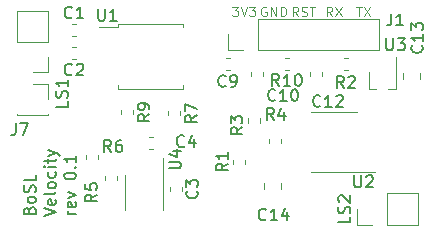
<source format=gbr>
G04 #@! TF.GenerationSoftware,KiCad,Pcbnew,(5.1.5)-3*
G04 #@! TF.CreationDate,2020-02-18T08:36:52+11:00*
G04 #@! TF.ProjectId,Heterodyne,48657465-726f-4647-996e-652e6b696361,rev?*
G04 #@! TF.SameCoordinates,Original*
G04 #@! TF.FileFunction,Legend,Top*
G04 #@! TF.FilePolarity,Positive*
%FSLAX46Y46*%
G04 Gerber Fmt 4.6, Leading zero omitted, Abs format (unit mm)*
G04 Created by KiCad (PCBNEW (5.1.5)-3) date 2020-02-18 08:36:52*
%MOMM*%
%LPD*%
G04 APERTURE LIST*
%ADD10C,0.200000*%
%ADD11C,0.100000*%
%ADD12C,0.120000*%
%ADD13C,0.150000*%
G04 APERTURE END LIST*
D10*
X105228571Y-64398571D02*
X105276190Y-64255714D01*
X105323809Y-64208095D01*
X105419047Y-64160476D01*
X105561904Y-64160476D01*
X105657142Y-64208095D01*
X105704761Y-64255714D01*
X105752380Y-64350952D01*
X105752380Y-64731904D01*
X104752380Y-64731904D01*
X104752380Y-64398571D01*
X104800000Y-64303333D01*
X104847619Y-64255714D01*
X104942857Y-64208095D01*
X105038095Y-64208095D01*
X105133333Y-64255714D01*
X105180952Y-64303333D01*
X105228571Y-64398571D01*
X105228571Y-64731904D01*
X105752380Y-63589047D02*
X105704761Y-63684285D01*
X105657142Y-63731904D01*
X105561904Y-63779523D01*
X105276190Y-63779523D01*
X105180952Y-63731904D01*
X105133333Y-63684285D01*
X105085714Y-63589047D01*
X105085714Y-63446190D01*
X105133333Y-63350952D01*
X105180952Y-63303333D01*
X105276190Y-63255714D01*
X105561904Y-63255714D01*
X105657142Y-63303333D01*
X105704761Y-63350952D01*
X105752380Y-63446190D01*
X105752380Y-63589047D01*
X105704761Y-62874761D02*
X105752380Y-62731904D01*
X105752380Y-62493809D01*
X105704761Y-62398571D01*
X105657142Y-62350952D01*
X105561904Y-62303333D01*
X105466666Y-62303333D01*
X105371428Y-62350952D01*
X105323809Y-62398571D01*
X105276190Y-62493809D01*
X105228571Y-62684285D01*
X105180952Y-62779523D01*
X105133333Y-62827142D01*
X105038095Y-62874761D01*
X104942857Y-62874761D01*
X104847619Y-62827142D01*
X104800000Y-62779523D01*
X104752380Y-62684285D01*
X104752380Y-62446190D01*
X104800000Y-62303333D01*
X105752380Y-61398571D02*
X105752380Y-61874761D01*
X104752380Y-61874761D01*
X106452380Y-64874761D02*
X107452380Y-64541428D01*
X106452380Y-64208095D01*
X107404761Y-63493809D02*
X107452380Y-63589047D01*
X107452380Y-63779523D01*
X107404761Y-63874761D01*
X107309523Y-63922380D01*
X106928571Y-63922380D01*
X106833333Y-63874761D01*
X106785714Y-63779523D01*
X106785714Y-63589047D01*
X106833333Y-63493809D01*
X106928571Y-63446190D01*
X107023809Y-63446190D01*
X107119047Y-63922380D01*
X107452380Y-62874761D02*
X107404761Y-62970000D01*
X107309523Y-63017619D01*
X106452380Y-63017619D01*
X107452380Y-62350952D02*
X107404761Y-62446190D01*
X107357142Y-62493809D01*
X107261904Y-62541428D01*
X106976190Y-62541428D01*
X106880952Y-62493809D01*
X106833333Y-62446190D01*
X106785714Y-62350952D01*
X106785714Y-62208095D01*
X106833333Y-62112857D01*
X106880952Y-62065238D01*
X106976190Y-62017619D01*
X107261904Y-62017619D01*
X107357142Y-62065238D01*
X107404761Y-62112857D01*
X107452380Y-62208095D01*
X107452380Y-62350952D01*
X107404761Y-61160476D02*
X107452380Y-61255714D01*
X107452380Y-61446190D01*
X107404761Y-61541428D01*
X107357142Y-61589047D01*
X107261904Y-61636666D01*
X106976190Y-61636666D01*
X106880952Y-61589047D01*
X106833333Y-61541428D01*
X106785714Y-61446190D01*
X106785714Y-61255714D01*
X106833333Y-61160476D01*
X107452380Y-60731904D02*
X106785714Y-60731904D01*
X106452380Y-60731904D02*
X106500000Y-60779523D01*
X106547619Y-60731904D01*
X106500000Y-60684285D01*
X106452380Y-60731904D01*
X106547619Y-60731904D01*
X106785714Y-60398571D02*
X106785714Y-60017619D01*
X106452380Y-60255714D02*
X107309523Y-60255714D01*
X107404761Y-60208095D01*
X107452380Y-60112857D01*
X107452380Y-60017619D01*
X106785714Y-59779523D02*
X107452380Y-59541428D01*
X106785714Y-59303333D02*
X107452380Y-59541428D01*
X107690476Y-59636666D01*
X107738095Y-59684285D01*
X107785714Y-59779523D01*
X109152380Y-64731904D02*
X108485714Y-64731904D01*
X108676190Y-64731904D02*
X108580952Y-64684285D01*
X108533333Y-64636666D01*
X108485714Y-64541428D01*
X108485714Y-64446190D01*
X109104761Y-63731904D02*
X109152380Y-63827142D01*
X109152380Y-64017619D01*
X109104761Y-64112857D01*
X109009523Y-64160476D01*
X108628571Y-64160476D01*
X108533333Y-64112857D01*
X108485714Y-64017619D01*
X108485714Y-63827142D01*
X108533333Y-63731904D01*
X108628571Y-63684285D01*
X108723809Y-63684285D01*
X108819047Y-64160476D01*
X108485714Y-63350952D02*
X109152380Y-63112857D01*
X108485714Y-62874761D01*
X108152380Y-61541428D02*
X108152380Y-61446190D01*
X108200000Y-61350952D01*
X108247619Y-61303333D01*
X108342857Y-61255714D01*
X108533333Y-61208095D01*
X108771428Y-61208095D01*
X108961904Y-61255714D01*
X109057142Y-61303333D01*
X109104761Y-61350952D01*
X109152380Y-61446190D01*
X109152380Y-61541428D01*
X109104761Y-61636666D01*
X109057142Y-61684285D01*
X108961904Y-61731904D01*
X108771428Y-61779523D01*
X108533333Y-61779523D01*
X108342857Y-61731904D01*
X108247619Y-61684285D01*
X108200000Y-61636666D01*
X108152380Y-61541428D01*
X109057142Y-60779523D02*
X109104761Y-60731904D01*
X109152380Y-60779523D01*
X109104761Y-60827142D01*
X109057142Y-60779523D01*
X109152380Y-60779523D01*
X109152380Y-59779523D02*
X109152380Y-60350952D01*
X109152380Y-60065238D02*
X108152380Y-60065238D01*
X108295238Y-60160476D01*
X108390476Y-60255714D01*
X108438095Y-60350952D01*
D11*
X132890476Y-47161904D02*
X133347619Y-47161904D01*
X133119047Y-47961904D02*
X133119047Y-47161904D01*
X133538095Y-47161904D02*
X134071428Y-47961904D01*
X134071428Y-47161904D02*
X133538095Y-47961904D01*
X130866666Y-47961904D02*
X130600000Y-47580952D01*
X130409523Y-47961904D02*
X130409523Y-47161904D01*
X130714285Y-47161904D01*
X130790476Y-47200000D01*
X130828571Y-47238095D01*
X130866666Y-47314285D01*
X130866666Y-47428571D01*
X130828571Y-47504761D01*
X130790476Y-47542857D01*
X130714285Y-47580952D01*
X130409523Y-47580952D01*
X131133333Y-47161904D02*
X131666666Y-47961904D01*
X131666666Y-47161904D02*
X131133333Y-47961904D01*
X127961904Y-47961904D02*
X127695238Y-47580952D01*
X127504761Y-47961904D02*
X127504761Y-47161904D01*
X127809523Y-47161904D01*
X127885714Y-47200000D01*
X127923809Y-47238095D01*
X127961904Y-47314285D01*
X127961904Y-47428571D01*
X127923809Y-47504761D01*
X127885714Y-47542857D01*
X127809523Y-47580952D01*
X127504761Y-47580952D01*
X128266666Y-47923809D02*
X128380952Y-47961904D01*
X128571428Y-47961904D01*
X128647619Y-47923809D01*
X128685714Y-47885714D01*
X128723809Y-47809523D01*
X128723809Y-47733333D01*
X128685714Y-47657142D01*
X128647619Y-47619047D01*
X128571428Y-47580952D01*
X128419047Y-47542857D01*
X128342857Y-47504761D01*
X128304761Y-47466666D01*
X128266666Y-47390476D01*
X128266666Y-47314285D01*
X128304761Y-47238095D01*
X128342857Y-47200000D01*
X128419047Y-47161904D01*
X128609523Y-47161904D01*
X128723809Y-47200000D01*
X128952380Y-47161904D02*
X129409523Y-47161904D01*
X129180952Y-47961904D02*
X129180952Y-47161904D01*
X125290476Y-47200000D02*
X125214285Y-47161904D01*
X125100000Y-47161904D01*
X124985714Y-47200000D01*
X124909523Y-47276190D01*
X124871428Y-47352380D01*
X124833333Y-47504761D01*
X124833333Y-47619047D01*
X124871428Y-47771428D01*
X124909523Y-47847619D01*
X124985714Y-47923809D01*
X125100000Y-47961904D01*
X125176190Y-47961904D01*
X125290476Y-47923809D01*
X125328571Y-47885714D01*
X125328571Y-47619047D01*
X125176190Y-47619047D01*
X125671428Y-47961904D02*
X125671428Y-47161904D01*
X126128571Y-47961904D01*
X126128571Y-47161904D01*
X126509523Y-47961904D02*
X126509523Y-47161904D01*
X126700000Y-47161904D01*
X126814285Y-47200000D01*
X126890476Y-47276190D01*
X126928571Y-47352380D01*
X126966666Y-47504761D01*
X126966666Y-47619047D01*
X126928571Y-47771428D01*
X126890476Y-47847619D01*
X126814285Y-47923809D01*
X126700000Y-47961904D01*
X126509523Y-47961904D01*
X122409523Y-47161904D02*
X122904761Y-47161904D01*
X122638095Y-47466666D01*
X122752380Y-47466666D01*
X122828571Y-47504761D01*
X122866666Y-47542857D01*
X122904761Y-47619047D01*
X122904761Y-47809523D01*
X122866666Y-47885714D01*
X122828571Y-47923809D01*
X122752380Y-47961904D01*
X122523809Y-47961904D01*
X122447619Y-47923809D01*
X122409523Y-47885714D01*
X123133333Y-47161904D02*
X123400000Y-47961904D01*
X123666666Y-47161904D01*
X123857142Y-47161904D02*
X124352380Y-47161904D01*
X124085714Y-47466666D01*
X124200000Y-47466666D01*
X124276190Y-47504761D01*
X124314285Y-47542857D01*
X124352380Y-47619047D01*
X124352380Y-47809523D01*
X124314285Y-47885714D01*
X124276190Y-47923809D01*
X124200000Y-47961904D01*
X123971428Y-47961904D01*
X123895238Y-47923809D01*
X123857142Y-47885714D01*
D12*
X122010000Y-50830000D02*
X122010000Y-49500000D01*
X123340000Y-50830000D02*
X122010000Y-50830000D01*
X124610000Y-50830000D02*
X124610000Y-48170000D01*
X124610000Y-48170000D02*
X134830000Y-48170000D01*
X124610000Y-50830000D02*
X134830000Y-50830000D01*
X134830000Y-50830000D02*
X134830000Y-48170000D01*
X127171267Y-51490000D02*
X126828733Y-51490000D01*
X127171267Y-52510000D02*
X126828733Y-52510000D01*
X112990000Y-55928733D02*
X112990000Y-56271267D01*
X114010000Y-55928733D02*
X114010000Y-56271267D01*
X116990000Y-56028733D02*
X116990000Y-56371267D01*
X118010000Y-56028733D02*
X118010000Y-56371267D01*
X111010000Y-60071267D02*
X111010000Y-59728733D01*
X109990000Y-60071267D02*
X109990000Y-59728733D01*
X112610000Y-61871267D02*
X112610000Y-61528733D01*
X111590000Y-61871267D02*
X111590000Y-61528733D01*
X125490000Y-58353733D02*
X125490000Y-58696267D01*
X126510000Y-58353733D02*
X126510000Y-58696267D01*
X123690000Y-56628733D02*
X123690000Y-56971267D01*
X124710000Y-56628733D02*
X124710000Y-56971267D01*
X132171267Y-51490000D02*
X131828733Y-51490000D01*
X132171267Y-52510000D02*
X131828733Y-52510000D01*
X123510000Y-60446267D02*
X123510000Y-60103733D01*
X122490000Y-60446267D02*
X122490000Y-60103733D01*
X125090000Y-62078922D02*
X125090000Y-62596078D01*
X126510000Y-62078922D02*
X126510000Y-62596078D01*
X138310000Y-53258578D02*
X138310000Y-52741422D01*
X136890000Y-53258578D02*
X136890000Y-52741422D01*
X128990000Y-52728733D02*
X128990000Y-53071267D01*
X130010000Y-52728733D02*
X130010000Y-53071267D01*
X125010000Y-53071267D02*
X125010000Y-52728733D01*
X123990000Y-53071267D02*
X123990000Y-52728733D01*
X122171267Y-51490000D02*
X121828733Y-51490000D01*
X122171267Y-52510000D02*
X121828733Y-52510000D01*
X115671267Y-58190000D02*
X115328733Y-58190000D01*
X115671267Y-59210000D02*
X115328733Y-59210000D01*
X117090000Y-62428733D02*
X117090000Y-62771267D01*
X118110000Y-62428733D02*
X118110000Y-62771267D01*
X109171267Y-50590000D02*
X108828733Y-50590000D01*
X109171267Y-51610000D02*
X108828733Y-51610000D01*
X109171267Y-48590000D02*
X108828733Y-48590000D01*
X109171267Y-49610000D02*
X108828733Y-49610000D01*
X104170000Y-56330000D02*
X106830000Y-56330000D01*
X104170000Y-56210000D02*
X104170000Y-56330000D01*
X106830000Y-56210000D02*
X106830000Y-56330000D01*
X106830000Y-53670000D02*
X106830000Y-55000000D01*
X105500000Y-53670000D02*
X106830000Y-53670000D01*
X106830000Y-47530000D02*
X104170000Y-47530000D01*
X106830000Y-50130000D02*
X106830000Y-47530000D01*
X104170000Y-50130000D02*
X104170000Y-47530000D01*
X106830000Y-50130000D02*
X104170000Y-50130000D01*
X106830000Y-51400000D02*
X106830000Y-52730000D01*
X106830000Y-52730000D02*
X105500000Y-52730000D01*
X132930000Y-65630000D02*
X132930000Y-64300000D01*
X134260000Y-65630000D02*
X132930000Y-65630000D01*
X135530000Y-65630000D02*
X135530000Y-62970000D01*
X135530000Y-62970000D02*
X138130000Y-62970000D01*
X135530000Y-65630000D02*
X138130000Y-65630000D01*
X138130000Y-65630000D02*
X138130000Y-62970000D01*
X115500000Y-54112500D02*
X118247500Y-54112500D01*
X118247500Y-54112500D02*
X118247500Y-53830000D01*
X115500000Y-54112500D02*
X112752500Y-54112500D01*
X112752500Y-54112500D02*
X112752500Y-53830000D01*
X115500000Y-48617500D02*
X118247500Y-48617500D01*
X118247500Y-48617500D02*
X118247500Y-48900000D01*
X115500000Y-48617500D02*
X112752500Y-48617500D01*
X112752500Y-48617500D02*
X112752500Y-48900000D01*
X112752500Y-48900000D02*
X111100000Y-48900000D01*
X131000000Y-56040000D02*
X129050000Y-56040000D01*
X131000000Y-56040000D02*
X132950000Y-56040000D01*
X131000000Y-61160000D02*
X129050000Y-61160000D01*
X131000000Y-61160000D02*
X134450000Y-61160000D01*
X134600000Y-54135000D02*
X133940000Y-54135000D01*
X136270000Y-54135000D02*
X135600000Y-54135000D01*
X136260000Y-54135000D02*
X136260000Y-51400000D01*
X133940000Y-52725000D02*
X133940000Y-54135000D01*
X113290000Y-62900000D02*
X113290000Y-64400000D01*
X113290000Y-62900000D02*
X113290000Y-61400000D01*
X116510000Y-62900000D02*
X116510000Y-64400000D01*
X116510000Y-62900000D02*
X116510000Y-59975000D01*
D13*
X135866666Y-47752380D02*
X135866666Y-48466666D01*
X135819047Y-48609523D01*
X135723809Y-48704761D01*
X135580952Y-48752380D01*
X135485714Y-48752380D01*
X136866666Y-48752380D02*
X136295238Y-48752380D01*
X136580952Y-48752380D02*
X136580952Y-47752380D01*
X136485714Y-47895238D01*
X136390476Y-47990476D01*
X136295238Y-48038095D01*
X126357142Y-53882380D02*
X126023809Y-53406190D01*
X125785714Y-53882380D02*
X125785714Y-52882380D01*
X126166666Y-52882380D01*
X126261904Y-52930000D01*
X126309523Y-52977619D01*
X126357142Y-53072857D01*
X126357142Y-53215714D01*
X126309523Y-53310952D01*
X126261904Y-53358571D01*
X126166666Y-53406190D01*
X125785714Y-53406190D01*
X127309523Y-53882380D02*
X126738095Y-53882380D01*
X127023809Y-53882380D02*
X127023809Y-52882380D01*
X126928571Y-53025238D01*
X126833333Y-53120476D01*
X126738095Y-53168095D01*
X127928571Y-52882380D02*
X128023809Y-52882380D01*
X128119047Y-52930000D01*
X128166666Y-52977619D01*
X128214285Y-53072857D01*
X128261904Y-53263333D01*
X128261904Y-53501428D01*
X128214285Y-53691904D01*
X128166666Y-53787142D01*
X128119047Y-53834761D01*
X128023809Y-53882380D01*
X127928571Y-53882380D01*
X127833333Y-53834761D01*
X127785714Y-53787142D01*
X127738095Y-53691904D01*
X127690476Y-53501428D01*
X127690476Y-53263333D01*
X127738095Y-53072857D01*
X127785714Y-52977619D01*
X127833333Y-52930000D01*
X127928571Y-52882380D01*
X115382380Y-56266666D02*
X114906190Y-56600000D01*
X115382380Y-56838095D02*
X114382380Y-56838095D01*
X114382380Y-56457142D01*
X114430000Y-56361904D01*
X114477619Y-56314285D01*
X114572857Y-56266666D01*
X114715714Y-56266666D01*
X114810952Y-56314285D01*
X114858571Y-56361904D01*
X114906190Y-56457142D01*
X114906190Y-56838095D01*
X115382380Y-55790476D02*
X115382380Y-55600000D01*
X115334761Y-55504761D01*
X115287142Y-55457142D01*
X115144285Y-55361904D01*
X114953809Y-55314285D01*
X114572857Y-55314285D01*
X114477619Y-55361904D01*
X114430000Y-55409523D01*
X114382380Y-55504761D01*
X114382380Y-55695238D01*
X114430000Y-55790476D01*
X114477619Y-55838095D01*
X114572857Y-55885714D01*
X114810952Y-55885714D01*
X114906190Y-55838095D01*
X114953809Y-55790476D01*
X115001428Y-55695238D01*
X115001428Y-55504761D01*
X114953809Y-55409523D01*
X114906190Y-55361904D01*
X114810952Y-55314285D01*
X119382380Y-56366666D02*
X118906190Y-56700000D01*
X119382380Y-56938095D02*
X118382380Y-56938095D01*
X118382380Y-56557142D01*
X118430000Y-56461904D01*
X118477619Y-56414285D01*
X118572857Y-56366666D01*
X118715714Y-56366666D01*
X118810952Y-56414285D01*
X118858571Y-56461904D01*
X118906190Y-56557142D01*
X118906190Y-56938095D01*
X118382380Y-56033333D02*
X118382380Y-55366666D01*
X119382380Y-55795238D01*
X112133333Y-59452380D02*
X111800000Y-58976190D01*
X111561904Y-59452380D02*
X111561904Y-58452380D01*
X111942857Y-58452380D01*
X112038095Y-58500000D01*
X112085714Y-58547619D01*
X112133333Y-58642857D01*
X112133333Y-58785714D01*
X112085714Y-58880952D01*
X112038095Y-58928571D01*
X111942857Y-58976190D01*
X111561904Y-58976190D01*
X112990476Y-58452380D02*
X112800000Y-58452380D01*
X112704761Y-58500000D01*
X112657142Y-58547619D01*
X112561904Y-58690476D01*
X112514285Y-58880952D01*
X112514285Y-59261904D01*
X112561904Y-59357142D01*
X112609523Y-59404761D01*
X112704761Y-59452380D01*
X112895238Y-59452380D01*
X112990476Y-59404761D01*
X113038095Y-59357142D01*
X113085714Y-59261904D01*
X113085714Y-59023809D01*
X113038095Y-58928571D01*
X112990476Y-58880952D01*
X112895238Y-58833333D01*
X112704761Y-58833333D01*
X112609523Y-58880952D01*
X112561904Y-58928571D01*
X112514285Y-59023809D01*
X110952380Y-63066666D02*
X110476190Y-63400000D01*
X110952380Y-63638095D02*
X109952380Y-63638095D01*
X109952380Y-63257142D01*
X110000000Y-63161904D01*
X110047619Y-63114285D01*
X110142857Y-63066666D01*
X110285714Y-63066666D01*
X110380952Y-63114285D01*
X110428571Y-63161904D01*
X110476190Y-63257142D01*
X110476190Y-63638095D01*
X109952380Y-62161904D02*
X109952380Y-62638095D01*
X110428571Y-62685714D01*
X110380952Y-62638095D01*
X110333333Y-62542857D01*
X110333333Y-62304761D01*
X110380952Y-62209523D01*
X110428571Y-62161904D01*
X110523809Y-62114285D01*
X110761904Y-62114285D01*
X110857142Y-62161904D01*
X110904761Y-62209523D01*
X110952380Y-62304761D01*
X110952380Y-62542857D01*
X110904761Y-62638095D01*
X110857142Y-62685714D01*
X125933333Y-56752380D02*
X125600000Y-56276190D01*
X125361904Y-56752380D02*
X125361904Y-55752380D01*
X125742857Y-55752380D01*
X125838095Y-55800000D01*
X125885714Y-55847619D01*
X125933333Y-55942857D01*
X125933333Y-56085714D01*
X125885714Y-56180952D01*
X125838095Y-56228571D01*
X125742857Y-56276190D01*
X125361904Y-56276190D01*
X126790476Y-56085714D02*
X126790476Y-56752380D01*
X126552380Y-55704761D02*
X126314285Y-56419047D01*
X126933333Y-56419047D01*
X123252380Y-57366666D02*
X122776190Y-57700000D01*
X123252380Y-57938095D02*
X122252380Y-57938095D01*
X122252380Y-57557142D01*
X122300000Y-57461904D01*
X122347619Y-57414285D01*
X122442857Y-57366666D01*
X122585714Y-57366666D01*
X122680952Y-57414285D01*
X122728571Y-57461904D01*
X122776190Y-57557142D01*
X122776190Y-57938095D01*
X122252380Y-57033333D02*
X122252380Y-56414285D01*
X122633333Y-56747619D01*
X122633333Y-56604761D01*
X122680952Y-56509523D01*
X122728571Y-56461904D01*
X122823809Y-56414285D01*
X123061904Y-56414285D01*
X123157142Y-56461904D01*
X123204761Y-56509523D01*
X123252380Y-56604761D01*
X123252380Y-56890476D01*
X123204761Y-56985714D01*
X123157142Y-57033333D01*
X131833333Y-54052380D02*
X131500000Y-53576190D01*
X131261904Y-54052380D02*
X131261904Y-53052380D01*
X131642857Y-53052380D01*
X131738095Y-53100000D01*
X131785714Y-53147619D01*
X131833333Y-53242857D01*
X131833333Y-53385714D01*
X131785714Y-53480952D01*
X131738095Y-53528571D01*
X131642857Y-53576190D01*
X131261904Y-53576190D01*
X132214285Y-53147619D02*
X132261904Y-53100000D01*
X132357142Y-53052380D01*
X132595238Y-53052380D01*
X132690476Y-53100000D01*
X132738095Y-53147619D01*
X132785714Y-53242857D01*
X132785714Y-53338095D01*
X132738095Y-53480952D01*
X132166666Y-54052380D01*
X132785714Y-54052380D01*
X122022380Y-60441666D02*
X121546190Y-60775000D01*
X122022380Y-61013095D02*
X121022380Y-61013095D01*
X121022380Y-60632142D01*
X121070000Y-60536904D01*
X121117619Y-60489285D01*
X121212857Y-60441666D01*
X121355714Y-60441666D01*
X121450952Y-60489285D01*
X121498571Y-60536904D01*
X121546190Y-60632142D01*
X121546190Y-61013095D01*
X122022380Y-59489285D02*
X122022380Y-60060714D01*
X122022380Y-59775000D02*
X121022380Y-59775000D01*
X121165238Y-59870238D01*
X121260476Y-59965476D01*
X121308095Y-60060714D01*
X125257142Y-65157142D02*
X125209523Y-65204761D01*
X125066666Y-65252380D01*
X124971428Y-65252380D01*
X124828571Y-65204761D01*
X124733333Y-65109523D01*
X124685714Y-65014285D01*
X124638095Y-64823809D01*
X124638095Y-64680952D01*
X124685714Y-64490476D01*
X124733333Y-64395238D01*
X124828571Y-64300000D01*
X124971428Y-64252380D01*
X125066666Y-64252380D01*
X125209523Y-64300000D01*
X125257142Y-64347619D01*
X126209523Y-65252380D02*
X125638095Y-65252380D01*
X125923809Y-65252380D02*
X125923809Y-64252380D01*
X125828571Y-64395238D01*
X125733333Y-64490476D01*
X125638095Y-64538095D01*
X127066666Y-64585714D02*
X127066666Y-65252380D01*
X126828571Y-64204761D02*
X126590476Y-64919047D01*
X127209523Y-64919047D01*
X138457142Y-50442857D02*
X138504761Y-50490476D01*
X138552380Y-50633333D01*
X138552380Y-50728571D01*
X138504761Y-50871428D01*
X138409523Y-50966666D01*
X138314285Y-51014285D01*
X138123809Y-51061904D01*
X137980952Y-51061904D01*
X137790476Y-51014285D01*
X137695238Y-50966666D01*
X137600000Y-50871428D01*
X137552380Y-50728571D01*
X137552380Y-50633333D01*
X137600000Y-50490476D01*
X137647619Y-50442857D01*
X138552380Y-49490476D02*
X138552380Y-50061904D01*
X138552380Y-49776190D02*
X137552380Y-49776190D01*
X137695238Y-49871428D01*
X137790476Y-49966666D01*
X137838095Y-50061904D01*
X137552380Y-49157142D02*
X137552380Y-48538095D01*
X137933333Y-48871428D01*
X137933333Y-48728571D01*
X137980952Y-48633333D01*
X138028571Y-48585714D01*
X138123809Y-48538095D01*
X138361904Y-48538095D01*
X138457142Y-48585714D01*
X138504761Y-48633333D01*
X138552380Y-48728571D01*
X138552380Y-49014285D01*
X138504761Y-49109523D01*
X138457142Y-49157142D01*
X129857142Y-55557142D02*
X129809523Y-55604761D01*
X129666666Y-55652380D01*
X129571428Y-55652380D01*
X129428571Y-55604761D01*
X129333333Y-55509523D01*
X129285714Y-55414285D01*
X129238095Y-55223809D01*
X129238095Y-55080952D01*
X129285714Y-54890476D01*
X129333333Y-54795238D01*
X129428571Y-54700000D01*
X129571428Y-54652380D01*
X129666666Y-54652380D01*
X129809523Y-54700000D01*
X129857142Y-54747619D01*
X130809523Y-55652380D02*
X130238095Y-55652380D01*
X130523809Y-55652380D02*
X130523809Y-54652380D01*
X130428571Y-54795238D01*
X130333333Y-54890476D01*
X130238095Y-54938095D01*
X131190476Y-54747619D02*
X131238095Y-54700000D01*
X131333333Y-54652380D01*
X131571428Y-54652380D01*
X131666666Y-54700000D01*
X131714285Y-54747619D01*
X131761904Y-54842857D01*
X131761904Y-54938095D01*
X131714285Y-55080952D01*
X131142857Y-55652380D01*
X131761904Y-55652380D01*
X126057142Y-55057142D02*
X126009523Y-55104761D01*
X125866666Y-55152380D01*
X125771428Y-55152380D01*
X125628571Y-55104761D01*
X125533333Y-55009523D01*
X125485714Y-54914285D01*
X125438095Y-54723809D01*
X125438095Y-54580952D01*
X125485714Y-54390476D01*
X125533333Y-54295238D01*
X125628571Y-54200000D01*
X125771428Y-54152380D01*
X125866666Y-54152380D01*
X126009523Y-54200000D01*
X126057142Y-54247619D01*
X127009523Y-55152380D02*
X126438095Y-55152380D01*
X126723809Y-55152380D02*
X126723809Y-54152380D01*
X126628571Y-54295238D01*
X126533333Y-54390476D01*
X126438095Y-54438095D01*
X127628571Y-54152380D02*
X127723809Y-54152380D01*
X127819047Y-54200000D01*
X127866666Y-54247619D01*
X127914285Y-54342857D01*
X127961904Y-54533333D01*
X127961904Y-54771428D01*
X127914285Y-54961904D01*
X127866666Y-55057142D01*
X127819047Y-55104761D01*
X127723809Y-55152380D01*
X127628571Y-55152380D01*
X127533333Y-55104761D01*
X127485714Y-55057142D01*
X127438095Y-54961904D01*
X127390476Y-54771428D01*
X127390476Y-54533333D01*
X127438095Y-54342857D01*
X127485714Y-54247619D01*
X127533333Y-54200000D01*
X127628571Y-54152380D01*
X121833333Y-53857142D02*
X121785714Y-53904761D01*
X121642857Y-53952380D01*
X121547619Y-53952380D01*
X121404761Y-53904761D01*
X121309523Y-53809523D01*
X121261904Y-53714285D01*
X121214285Y-53523809D01*
X121214285Y-53380952D01*
X121261904Y-53190476D01*
X121309523Y-53095238D01*
X121404761Y-53000000D01*
X121547619Y-52952380D01*
X121642857Y-52952380D01*
X121785714Y-53000000D01*
X121833333Y-53047619D01*
X122309523Y-53952380D02*
X122500000Y-53952380D01*
X122595238Y-53904761D01*
X122642857Y-53857142D01*
X122738095Y-53714285D01*
X122785714Y-53523809D01*
X122785714Y-53142857D01*
X122738095Y-53047619D01*
X122690476Y-53000000D01*
X122595238Y-52952380D01*
X122404761Y-52952380D01*
X122309523Y-53000000D01*
X122261904Y-53047619D01*
X122214285Y-53142857D01*
X122214285Y-53380952D01*
X122261904Y-53476190D01*
X122309523Y-53523809D01*
X122404761Y-53571428D01*
X122595238Y-53571428D01*
X122690476Y-53523809D01*
X122738095Y-53476190D01*
X122785714Y-53380952D01*
X118333333Y-58957142D02*
X118285714Y-59004761D01*
X118142857Y-59052380D01*
X118047619Y-59052380D01*
X117904761Y-59004761D01*
X117809523Y-58909523D01*
X117761904Y-58814285D01*
X117714285Y-58623809D01*
X117714285Y-58480952D01*
X117761904Y-58290476D01*
X117809523Y-58195238D01*
X117904761Y-58100000D01*
X118047619Y-58052380D01*
X118142857Y-58052380D01*
X118285714Y-58100000D01*
X118333333Y-58147619D01*
X119190476Y-58385714D02*
X119190476Y-59052380D01*
X118952380Y-58004761D02*
X118714285Y-58719047D01*
X119333333Y-58719047D01*
X119387142Y-62766666D02*
X119434761Y-62814285D01*
X119482380Y-62957142D01*
X119482380Y-63052380D01*
X119434761Y-63195238D01*
X119339523Y-63290476D01*
X119244285Y-63338095D01*
X119053809Y-63385714D01*
X118910952Y-63385714D01*
X118720476Y-63338095D01*
X118625238Y-63290476D01*
X118530000Y-63195238D01*
X118482380Y-63052380D01*
X118482380Y-62957142D01*
X118530000Y-62814285D01*
X118577619Y-62766666D01*
X118482380Y-62433333D02*
X118482380Y-61814285D01*
X118863333Y-62147619D01*
X118863333Y-62004761D01*
X118910952Y-61909523D01*
X118958571Y-61861904D01*
X119053809Y-61814285D01*
X119291904Y-61814285D01*
X119387142Y-61861904D01*
X119434761Y-61909523D01*
X119482380Y-62004761D01*
X119482380Y-62290476D01*
X119434761Y-62385714D01*
X119387142Y-62433333D01*
X108833333Y-52887142D02*
X108785714Y-52934761D01*
X108642857Y-52982380D01*
X108547619Y-52982380D01*
X108404761Y-52934761D01*
X108309523Y-52839523D01*
X108261904Y-52744285D01*
X108214285Y-52553809D01*
X108214285Y-52410952D01*
X108261904Y-52220476D01*
X108309523Y-52125238D01*
X108404761Y-52030000D01*
X108547619Y-51982380D01*
X108642857Y-51982380D01*
X108785714Y-52030000D01*
X108833333Y-52077619D01*
X109214285Y-52077619D02*
X109261904Y-52030000D01*
X109357142Y-51982380D01*
X109595238Y-51982380D01*
X109690476Y-52030000D01*
X109738095Y-52077619D01*
X109785714Y-52172857D01*
X109785714Y-52268095D01*
X109738095Y-52410952D01*
X109166666Y-52982380D01*
X109785714Y-52982380D01*
X108833333Y-48057142D02*
X108785714Y-48104761D01*
X108642857Y-48152380D01*
X108547619Y-48152380D01*
X108404761Y-48104761D01*
X108309523Y-48009523D01*
X108261904Y-47914285D01*
X108214285Y-47723809D01*
X108214285Y-47580952D01*
X108261904Y-47390476D01*
X108309523Y-47295238D01*
X108404761Y-47200000D01*
X108547619Y-47152380D01*
X108642857Y-47152380D01*
X108785714Y-47200000D01*
X108833333Y-47247619D01*
X109785714Y-48152380D02*
X109214285Y-48152380D01*
X109500000Y-48152380D02*
X109500000Y-47152380D01*
X109404761Y-47295238D01*
X109309523Y-47390476D01*
X109214285Y-47438095D01*
X104066666Y-57052380D02*
X104066666Y-57766666D01*
X104019047Y-57909523D01*
X103923809Y-58004761D01*
X103780952Y-58052380D01*
X103685714Y-58052380D01*
X104447619Y-57052380D02*
X105114285Y-57052380D01*
X104685714Y-58052380D01*
X108452380Y-55142857D02*
X108452380Y-55619047D01*
X107452380Y-55619047D01*
X108404761Y-54857142D02*
X108452380Y-54714285D01*
X108452380Y-54476190D01*
X108404761Y-54380952D01*
X108357142Y-54333333D01*
X108261904Y-54285714D01*
X108166666Y-54285714D01*
X108071428Y-54333333D01*
X108023809Y-54380952D01*
X107976190Y-54476190D01*
X107928571Y-54666666D01*
X107880952Y-54761904D01*
X107833333Y-54809523D01*
X107738095Y-54857142D01*
X107642857Y-54857142D01*
X107547619Y-54809523D01*
X107500000Y-54761904D01*
X107452380Y-54666666D01*
X107452380Y-54428571D01*
X107500000Y-54285714D01*
X108452380Y-53333333D02*
X108452380Y-53904761D01*
X108452380Y-53619047D02*
X107452380Y-53619047D01*
X107595238Y-53714285D01*
X107690476Y-53809523D01*
X107738095Y-53904761D01*
X132382380Y-64942857D02*
X132382380Y-65419047D01*
X131382380Y-65419047D01*
X132334761Y-64657142D02*
X132382380Y-64514285D01*
X132382380Y-64276190D01*
X132334761Y-64180952D01*
X132287142Y-64133333D01*
X132191904Y-64085714D01*
X132096666Y-64085714D01*
X132001428Y-64133333D01*
X131953809Y-64180952D01*
X131906190Y-64276190D01*
X131858571Y-64466666D01*
X131810952Y-64561904D01*
X131763333Y-64609523D01*
X131668095Y-64657142D01*
X131572857Y-64657142D01*
X131477619Y-64609523D01*
X131430000Y-64561904D01*
X131382380Y-64466666D01*
X131382380Y-64228571D01*
X131430000Y-64085714D01*
X131477619Y-63704761D02*
X131430000Y-63657142D01*
X131382380Y-63561904D01*
X131382380Y-63323809D01*
X131430000Y-63228571D01*
X131477619Y-63180952D01*
X131572857Y-63133333D01*
X131668095Y-63133333D01*
X131810952Y-63180952D01*
X132382380Y-63752380D01*
X132382380Y-63133333D01*
X111038095Y-47352380D02*
X111038095Y-48161904D01*
X111085714Y-48257142D01*
X111133333Y-48304761D01*
X111228571Y-48352380D01*
X111419047Y-48352380D01*
X111514285Y-48304761D01*
X111561904Y-48257142D01*
X111609523Y-48161904D01*
X111609523Y-47352380D01*
X112609523Y-48352380D02*
X112038095Y-48352380D01*
X112323809Y-48352380D02*
X112323809Y-47352380D01*
X112228571Y-47495238D01*
X112133333Y-47590476D01*
X112038095Y-47638095D01*
X132738095Y-61452380D02*
X132738095Y-62261904D01*
X132785714Y-62357142D01*
X132833333Y-62404761D01*
X132928571Y-62452380D01*
X133119047Y-62452380D01*
X133214285Y-62404761D01*
X133261904Y-62357142D01*
X133309523Y-62261904D01*
X133309523Y-61452380D01*
X133738095Y-61547619D02*
X133785714Y-61500000D01*
X133880952Y-61452380D01*
X134119047Y-61452380D01*
X134214285Y-61500000D01*
X134261904Y-61547619D01*
X134309523Y-61642857D01*
X134309523Y-61738095D01*
X134261904Y-61880952D01*
X133690476Y-62452380D01*
X134309523Y-62452380D01*
X135438095Y-49852380D02*
X135438095Y-50661904D01*
X135485714Y-50757142D01*
X135533333Y-50804761D01*
X135628571Y-50852380D01*
X135819047Y-50852380D01*
X135914285Y-50804761D01*
X135961904Y-50757142D01*
X136009523Y-50661904D01*
X136009523Y-49852380D01*
X136390476Y-49852380D02*
X137009523Y-49852380D01*
X136676190Y-50233333D01*
X136819047Y-50233333D01*
X136914285Y-50280952D01*
X136961904Y-50328571D01*
X137009523Y-50423809D01*
X137009523Y-50661904D01*
X136961904Y-50757142D01*
X136914285Y-50804761D01*
X136819047Y-50852380D01*
X136533333Y-50852380D01*
X136438095Y-50804761D01*
X136390476Y-50757142D01*
X117052380Y-60861904D02*
X117861904Y-60861904D01*
X117957142Y-60814285D01*
X118004761Y-60766666D01*
X118052380Y-60671428D01*
X118052380Y-60480952D01*
X118004761Y-60385714D01*
X117957142Y-60338095D01*
X117861904Y-60290476D01*
X117052380Y-60290476D01*
X117385714Y-59385714D02*
X118052380Y-59385714D01*
X117004761Y-59623809D02*
X117719047Y-59861904D01*
X117719047Y-59242857D01*
M02*

</source>
